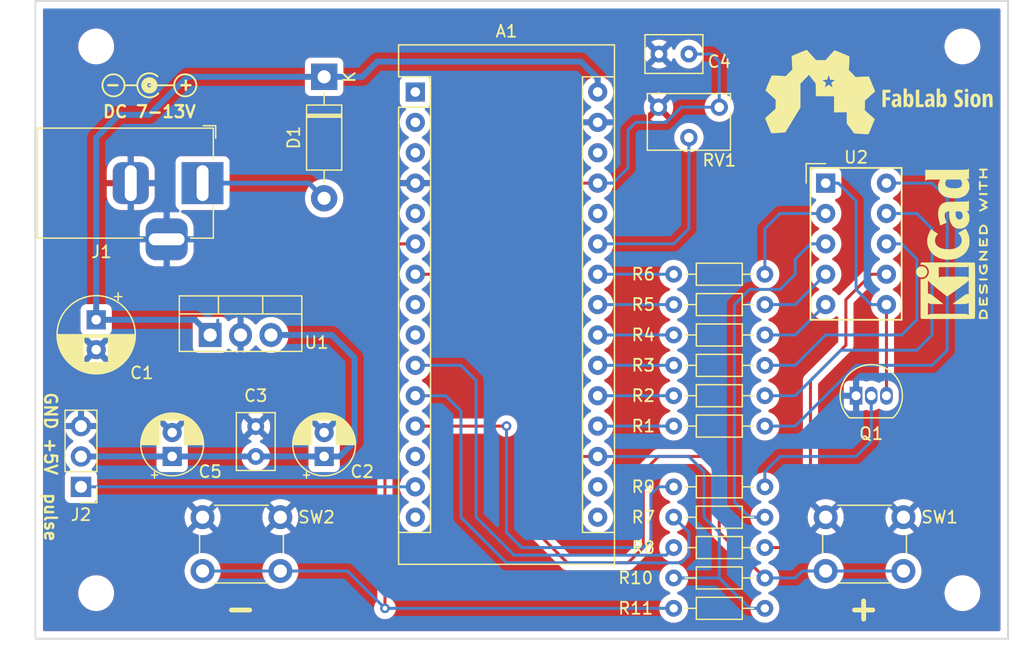
<source format=kicad_pcb>
(kicad_pcb (version 20221018) (generator pcbnew)
  (layers (0 "F.Cu" signal) (31 "B.Cu" signal) (34 "B.Paste" user) (35 "F.Paste" user) (36 "B.SilkS" user "B.Silkscreen") (37 "F.SilkS" user "F.Silkscreen") (38 "B.Mask" user) (39 "F.Mask" user) (44 "Edge.Cuts" user))
  (net 0 "")
  (net 1 "GNDD")
  (net 2 "Net-(D1-Pad2)")
  (net 3 "Net-(A1-Pad14)")
  (net 4 "Net-(A1-Pad19)")
  (net 5 "Net-(R1-Pad1)")
  (net 6 "Net-(R2-Pad1)")
  (net 7 "Net-(A1-Pad20)")
  (net 8 "Net-(A1-Pad21)")
  (net 9 "Net-(R3-Pad1)")
  (net 10 "Net-(R4-Pad1)")
  (net 11 "Net-(A1-Pad22)")
  (net 12 "Net-(A1-Pad23)")
  (net 13 "Net-(R5-Pad1)")
  (net 14 "Net-(R6-Pad1)")
  (net 15 "Net-(A1-Pad24)")
  (net 16 "Net-(A1-Pad11)")
  (net 17 "Net-(R7-Pad1)")
  (net 18 "Net-(R8-Pad1)")
  (net 19 "Net-(A1-Pad10)")
  (net 20 "Net-(A1-Pad12)")
  (net 21 "Net-(Q1-Pad2)")
  (net 22 "Net-(A1-Pad18)")
  (net 23 "Net-(A1-Pad25)")
  (net 24 "Net-(A1-Pad7)")
  (net 25 "Net-(A1-Pad6)")
  (net 26 "Net-(A1-Pad1)")
  (net 27 "Net-(A1-Pad17)")
  (net 28 "Net-(A1-Pad2)")
  (net 29 "Net-(A1-Pad3)")
  (net 30 "Net-(A1-Pad5)")
  (net 31 "Net-(A1-Pad8)")
  (net 32 "Net-(A1-Pad9)")
  (net 33 "Net-(A1-Pad26)")
  (net 34 "Net-(A1-Pad28)")
  (net 35 "Net-(A1-Pad13)")
  (net 36 "Net-(A1-Pad15)")
  (net 37 "Net-(A1-Pad16)")
  (net 38 "Net-(Q1-Pad3)")
  (net 39 "/10V")
  (net 40 "+5V")
  (footprint "Module:Arduino_Nano" (layer "F.Cu") (at 116.84 80.01)
    (fp_text reference "A1" (at 7.62 -5.08) (layer "F.SilkS"))
    (fp_text value "Arduino_Nano_v3.x")
    (pad "1" thru_hole rect (at 0 0) (size 1.6 1.6) (drill 0.8) (layers "*.Cu" "*.Mask") (net 26 "Net-(A1-Pad1)"))
    (pad "2" thru_hole oval (at 0 2.54) (size 1.6 1.6) (drill 0.8) (layers "*.Cu" "*.Mask") (net 28 "Net-(A1-Pad2)"))
    (pad "3" thru_hole oval (at 0 5.08) (size 1.6 1.6) (drill 0.8) (layers "*.Cu" "*.Mask") (net 29 "Net-(A1-Pad3)"))
    (pad "4" thru_hole oval (at 0 7.62) (size 1.6 1.6) (drill 0.8) (layers "*.Cu" "*.Mask") (net 1 "GNDD"))
    (pad "5" thru_hole oval (at 0 10.16) (size 1.6 1.6) (drill 0.8) (layers "*.Cu" "*.Mask") (net 30 "Net-(A1-Pad5)"))
    (pad "6" thru_hole oval (at 0 12.7) (size 1.6 1.6) (drill 0.8) (layers "*.Cu" "*.Mask") (net 25 "Net-(A1-Pad6)"))
    (pad "7" thru_hole oval (at 0 15.24) (size 1.6 1.6) (drill 0.8) (layers "*.Cu" "*.Mask") (net 24 "Net-(A1-Pad7)"))
    (pad "8" thru_hole oval (at 0 17.78) (size 1.6 1.6) (drill 0.8) (layers "*.Cu" "*.Mask") (net 31 "Net-(A1-Pad8)"))
    (pad "9" thru_hole oval (at 0 20.32) (size 1.6 1.6) (drill 0.8) (layers "*.Cu" "*.Mask") (net 32 "Net-(A1-Pad9)"))
    (pad "10" thru_hole oval (at 0 22.86) (size 1.6 1.6) (drill 0.8) (layers "*.Cu" "*.Mask") (net 19 "Net-(A1-Pad10)"))
    (pad "11" thru_hole oval (at 0 25.4) (size 1.6 1.6) (drill 0.8) (layers "*.Cu" "*.Mask") (net 16 "Net-(A1-Pad11)"))
    (pad "12" thru_hole oval (at 0 27.94) (size 1.6 1.6) (drill 0.8) (layers "*.Cu" "*.Mask") (net 20 "Net-(A1-Pad12)"))
    (pad "13" thru_hole oval (at 0 30.48) (size 1.6 1.6) (drill 0.8) (layers "*.Cu" "*.Mask") (net 35 "Net-(A1-Pad13)"))
    (pad "14" thru_hole oval (at 0 33.02) (size 1.6 1.6) (drill 0.8) (layers "*.Cu" "*.Mask") (net 3 "Net-(A1-Pad14)"))
    (pad "15" thru_hole oval (at 0 35.56) (size 1.6 1.6) (drill 0.8) (layers "*.Cu" "*.Mask") (net 36 "Net-(A1-Pad15)"))
    (pad "16" thru_hole oval (at 15.24 35.56) (size 1.6 1.6) (drill 0.8) (layers "*.Cu" "*.Mask") (net 37 "Net-(A1-Pad16)"))
    (pad "17" thru_hole oval (at 15.24 33.02) (size 1.6 1.6) (drill 0.8) (layers "*.Cu" "*.Mask") (net 27 "Net-(A1-Pad17)"))
    (pad "18" thru_hole oval (at 15.24 30.48) (size 1.6 1.6) (drill 0.8) (layers "*.Cu" "*.Mask") (net 22 "Net-(A1-Pad18)"))
    (pad "19" thru_hole oval (at 15.24 27.94) (size 1.6 1.6) (drill 0.8) (layers "*.Cu" "*.Mask") (net 4 "Net-(A1-Pad19)"))
    (pad "20" thru_hole oval (at 15.24 25.4) (size 1.6 1.6) (drill 0.8) (layers "*.Cu" "*.Mask") (net 7 "Net-(A1-Pad20)"))
    (pad "21" thru_hole oval (at 15.24 22.86) (size 1.6 1.6) (drill 0.8) (layers "*.Cu" "*.Mask") (net 8 "Net-(A1-Pad21)"))
    (pad "22" thru_hole oval (at 15.24 20.32) (size 1.6 1.6) (drill 0.8) (layers "*.Cu" "*.Mask") (net 11 "Net-(A1-Pad22)"))
    (pad "23" thru_hole oval (at 15.24 17.78) (size 1.6 1.6) (drill 0.8) (layers "*.Cu" "*.Mask") (net 12 "Net-(A1-Pad23)"))
    (pad "24" thru_hole oval (at 15.24 15.24) (size 1.6 1.6) (drill 0.8) (layers "*.Cu" "*.Mask") (net 15 "Net-(A1-Pad24)"))
    (pad "25" thru_hole oval (at 15.24 12.7) (size 1.6 1.6) (drill 0.8) (layers "*.Cu" "*.Mask") (net 23 "Net-(A1-Pad25)"))
    (pad "26" thru_hole oval (at 15.24 10.16) (size 1.6 1.6) (drill 0.8) (layers "*.Cu" "*.Mask") (net 33 "Net-(A1-Pad26)"))
    (pad "27" thru_hole oval (at 15.24 7.62) (size 1.6 1.6) (drill 0.8) (layers "*.Cu" "*.Mask") (net 22 "Net-(A1-Pad18)"))
    (pad "28" thru_hole oval (at 15.24 5.08) (size 1.6 1.6) (drill 0.8) (layers "*.Cu" "*.Mask") (net 34 "Net-(A1-Pad28)"))
    (pad "29" thru_hole oval (at 15.24 2.54) (size 1.6 1.6) (drill 0.8) (layers "*.Cu" "*.Mask") (net 1 "GNDD"))
    (pad "30" thru_hole oval (at 15.24 0) (size 1.6 1.6) (drill 0.8) (layers "*.Cu" "*.Mask") (net 39 "/10V"))
  )
  (footprint "Package_TO_SOT_THT:TO-92_Inline" (layer "F.Cu") (at 153.67 105.41)
    (fp_text reference "Q1" (at 1.27 3.175) (layer "F.SilkS"))
    (fp_text value "2N3904")
    (pad "1" thru_hole rect (at 0 0) (size 1.05 1.5) (drill 0.75) (layers "*.Cu" "*.Mask") (net 1 "GNDD"))
    (pad "2" thru_hole oval (at 1.27 0) (size 1.05 1.5) (drill 0.75) (layers "*.Cu" "*.Mask") (net 21 "Net-(Q1-Pad2)"))
    (pad "3" thru_hole oval (at 2.54 0) (size 1.05 1.5) (drill 0.75) (layers "*.Cu" "*.Mask") (net 38 "Net-(Q1-Pad3)"))
  )
  (footprint "Package_TO_SOT_THT:TO-220-3_Vertical" (layer "F.Cu") (at 99.695 100.33)
    (fp_text reference "U1" (at 8.89 0.635) (layer "F.SilkS"))
    (fp_text value "LM7805_TO220")
    (pad "1" thru_hole rect (at 0 0) (size 1.905 2) (drill 1.1) (layers "*.Cu" "*.Mask") (net 39 "/10V"))
    (pad "2" thru_hole oval (at 2.54 0) (size 1.905 2) (drill 1.1) (layers "*.Cu" "*.Mask") (net 1 "GNDD"))
    (pad "3" thru_hole oval (at 5.08 0) (size 1.905 2) (drill 1.1) (layers "*.Cu" "*.Mask") (net 40 "+5V"))
  )
  (footprint "Display_7Segment:HDSP-7801" (layer "F.Cu") (at 151.13 87.63)
    (fp_text reference "U2" (at 2.54 -2.159) (layer "F.SilkS"))
    (fp_text value "HDSP-7803")
    (pad "1" thru_hole rect (at 0 0) (size 1.6 1.6) (drill 0.8) (layers "*.Cu" "*.Mask") (net 38 "Net-(Q1-Pad3)"))
    (pad "2" thru_hole circle (at 0 2.54) (size 1.6 1.6) (drill 0.8) (layers "*.Cu" "*.Mask") (net 14 "Net-(R6-Pad1)"))
    (pad "3" thru_hole circle (at 0 5.08) (size 1.6 1.6) (drill 0.8) (layers "*.Cu" "*.Mask") (net 17 "Net-(R7-Pad1)"))
    (pad "4" thru_hole circle (at 0 7.62) (size 1.6 1.6) (drill 0.8) (layers "*.Cu" "*.Mask") (net 13 "Net-(R5-Pad1)"))
    (pad "5" thru_hole circle (at 0 10.16) (size 1.6 1.6) (drill 0.8) (layers "*.Cu" "*.Mask") (net 10 "Net-(R4-Pad1)"))
    (pad "6" thru_hole circle (at 5.08 10.16) (size 1.6 1.6) (drill 0.8) (layers "*.Cu" "*.Mask") (net 38 "Net-(Q1-Pad3)"))
    (pad "7" thru_hole circle (at 5.08 7.62) (size 1.6 1.6) (drill 0.8) (layers "*.Cu" "*.Mask") (net 18 "Net-(R8-Pad1)"))
    (pad "8" thru_hole circle (at 5.08 5.08) (size 1.6 1.6) (drill 0.8) (layers "*.Cu" "*.Mask") (net 9 "Net-(R3-Pad1)"))
    (pad "9" thru_hole circle (at 5.08 2.54) (size 1.6 1.6) (drill 0.8) (layers "*.Cu" "*.Mask") (net 6 "Net-(R2-Pad1)"))
    (pad "10" thru_hole circle (at 5.08 0) (size 1.6 1.6) (drill 0.8) (layers "*.Cu" "*.Mask") (net 5 "Net-(R1-Pad1)"))
  )
  (footprint "Resistor_THT:R_Axial_DIN0204_L3.6mm_D1.6mm_P7.62mm_Horizontal" (layer "F.Cu") (at 146.05 123.19 180)
    (fp_text reference "R11" (at 10.795 0 180) (layer "F.SilkS"))
    (fp_text value "R")
    (pad "1" thru_hole circle (at 0 0 180) (size 1.4 1.4) (drill 0.7) (layers "*.Cu" "*.Mask") (net 22 "Net-(A1-Pad18)"))
    (pad "2" thru_hole oval (at 7.62 0 180) (size 1.4 1.4) (drill 0.7) (layers "*.Cu" "*.Mask") (net 25 "Net-(A1-Pad6)"))
  )
  (footprint "Mounting_Holes:MountingHole_2.5mm" (layer "F.Cu") (at 90.17 76.2)
    (fp_text reference "H1" hide)
    (fp_text value "MountingHole")
    (pad "" np_thru_hole circle (at 0 0) (size 2.5 2.5) (drill 2.5) (layers "*.Cu" "*.Mask"))
  )
  (footprint "Mounting_Holes:MountingHole_2.5mm" (layer "F.Cu") (at 162.56 76.2)
    (fp_text reference "H2" hide)
    (fp_text value "MountingHole")
    (pad "" np_thru_hole circle (at 0 0) (size 2.5 2.5) (drill 2.5) (layers "*.Cu" "*.Mask"))
  )
  (footprint "Mounting_Holes:MountingHole_2.5mm" (layer "F.Cu") (at 90.17 121.92)
    (fp_text reference "H3" hide)
    (fp_text value "MountingHole")
    (pad "" np_thru_hole circle (at 0 0) (size 2.5 2.5) (drill 2.5) (layers "*.Cu" "*.Mask"))
  )
  (footprint "Mounting_Holes:MountingHole_2.5mm" (layer "F.Cu") (at 162.56 121.92)
    (fp_text reference "H4" hide)
    (fp_text value "MountingHole")
    (pad "" np_thru_hole circle (at 0 0) (size 2.5 2.5) (drill 2.5) (layers "*.Cu" "*.Mask"))
  )
  (footprint "Diode_THT:D_DO-41_SOD81_P10.16mm_Horizontal" (layer "F.Cu") (at 109.22 78.74 -90)
    (fp_text reference "D1" (at 5.08 2.54 270) (layer "F.SilkS"))
    (fp_text value "1N5818")
    (fp_text user "K" (at 0 -2.1 270) (layer "F.SilkS"))
    (pad "1" thru_hole rect (at 0 0 270) (size 2.2 2.2) (drill 1.1) (layers "*.Cu" "*.Mask") (net 39 "/10V"))
    (pad "2" thru_hole oval (at 10.16 0 270) (size 2.2 2.2) (drill 1.1) (layers "*.Cu" "*.Mask") (net 2 "Net-(D1-Pad2)"))
  )
  (footprint "Resistor_THT:R_Axial_DIN0204_L3.6mm_D1.6mm_P7.62mm_Horizontal" (layer "F.Cu") (at 138.43 120.65)
    (fp_text reference "R10" (at -3.175 0) (layer "F.SilkS"))
    (fp_text value "R")
    (pad "1" thru_hole circle (at 0 0) (size 1.4 1.4) (drill 0.7) (layers "*.Cu" "*.Mask") (net 22 "Net-(A1-Pad18)"))
    (pad "2" thru_hole oval (at 7.62 0) (size 1.4 1.4) (drill 0.7) (layers "*.Cu" "*.Mask") (net 24 "Net-(A1-Pad7)"))
  )
  (footprint "Resistor_THT:R_Axial_DIN0204_L3.6mm_D1.6mm_P7.62mm_Horizontal" (layer "F.Cu") (at 146.05 107.95 180)
    (fp_text reference "R1" (at 10.16 0 180) (layer "F.SilkS"))
    (fp_text value "200")
    (pad "1" thru_hole circle (at 0 0 180) (size 1.4 1.4) (drill 0.7) (layers "*.Cu" "*.Mask") (net 5 "Net-(R1-Pad1)"))
    (pad "2" thru_hole oval (at 7.62 0 180) (size 1.4 1.4) (drill 0.7) (layers "*.Cu" "*.Mask") (net 4 "Net-(A1-Pad19)"))
  )
  (footprint "Resistor_THT:R_Axial_DIN0204_L3.6mm_D1.6mm_P7.62mm_Horizontal" (layer "F.Cu") (at 146.05 105.41 180)
    (fp_text reference "R2" (at 10.16 0 180) (layer "F.SilkS"))
    (fp_text value "200")
    (pad "1" thru_hole circle (at 0 0 180) (size 1.4 1.4) (drill 0.7) (layers "*.Cu" "*.Mask") (net 6 "Net-(R2-Pad1)"))
    (pad "2" thru_hole oval (at 7.62 0 180) (size 1.4 1.4) (drill 0.7) (layers "*.Cu" "*.Mask") (net 7 "Net-(A1-Pad20)"))
  )
  (footprint "Resistor_THT:R_Axial_DIN0204_L3.6mm_D1.6mm_P7.62mm_Horizontal" (layer "F.Cu") (at 146.05 102.87 180)
    (fp_text reference "R3" (at 10.16 0 180) (layer "F.SilkS"))
    (fp_text value "200")
    (pad "1" thru_hole circle (at 0 0 180) (size 1.4 1.4) (drill 0.7) (layers "*.Cu" "*.Mask") (net 9 "Net-(R3-Pad1)"))
    (pad "2" thru_hole oval (at 7.62 0 180) (size 1.4 1.4) (drill 0.7) (layers "*.Cu" "*.Mask") (net 8 "Net-(A1-Pad21)"))
  )
  (footprint "Resistor_THT:R_Axial_DIN0204_L3.6mm_D1.6mm_P7.62mm_Horizontal" (layer "F.Cu") (at 146.05 100.33 180)
    (fp_text reference "R4" (at 10.16 0 180) (layer "F.SilkS"))
    (fp_text value "200")
    (pad "1" thru_hole circle (at 0 0 180) (size 1.4 1.4) (drill 0.7) (layers "*.Cu" "*.Mask") (net 10 "Net-(R4-Pad1)"))
    (pad "2" thru_hole oval (at 7.62 0 180) (size 1.4 1.4) (drill 0.7) (layers "*.Cu" "*.Mask") (net 11 "Net-(A1-Pad22)"))
  )
  (footprint "Resistor_THT:R_Axial_DIN0204_L3.6mm_D1.6mm_P7.62mm_Horizontal" (layer "F.Cu") (at 146.05 97.79 180)
    (fp_text reference "R5" (at 10.16 0 180) (layer "F.SilkS"))
    (fp_text value "200")
    (pad "1" thru_hole circle (at 0 0 180) (size 1.4 1.4) (drill 0.7) (layers "*.Cu" "*.Mask") (net 13 "Net-(R5-Pad1)"))
    (pad "2" thru_hole oval (at 7.62 0 180) (size 1.4 1.4) (drill 0.7) (layers "*.Cu" "*.Mask") (net 12 "Net-(A1-Pad23)"))
  )
  (footprint "Resistor_THT:R_Axial_DIN0204_L3.6mm_D1.6mm_P7.62mm_Horizontal" (layer "F.Cu") (at 146.05 95.25 180)
    (fp_text reference "R6" (at 10.16 0 180) (layer "F.SilkS"))
    (fp_text value "200")
    (pad "1" thru_hole circle (at 0 0 180) (size 1.4 1.4) (drill 0.7) (layers "*.Cu" "*.Mask") (net 14 "Net-(R6-Pad1)"))
    (pad "2" thru_hole oval (at 7.62 0 180) (size 1.4 1.4) (drill 0.7) (layers "*.Cu" "*.Mask") (net 15 "Net-(A1-Pad24)"))
  )
  (footprint "Resistor_THT:R_Axial_DIN0204_L3.6mm_D1.6mm_P7.62mm_Horizontal" (layer "F.Cu") (at 146.05 115.57 180)
    (fp_text reference "R7" (at 10.16 0 180) (layer "F.SilkS"))
    (fp_text value "200")
    (pad "1" thru_hole circle (at 0 0 180) (size 1.4 1.4) (drill 0.7) (layers "*.Cu" "*.Mask") (net 17 "Net-(R7-Pad1)"))
    (pad "2" thru_hole oval (at 7.62 0 180) (size 1.4 1.4) (drill 0.7) (layers "*.Cu" "*.Mask") (net 16 "Net-(A1-Pad11)"))
  )
  (footprint "Resistor_THT:R_Axial_DIN0204_L3.6mm_D1.6mm_P7.62mm_Horizontal" (layer "F.Cu") (at 146.05 118.11 180)
    (fp_text reference "R8" (at 10.16 0 180) (layer "F.SilkS"))
    (fp_text value "200")
    (pad "1" thru_hole circle (at 0 0 180) (size 1.4 1.4) (drill 0.7) (layers "*.Cu" "*.Mask") (net 18 "Net-(R8-Pad1)"))
    (pad "2" thru_hole oval (at 7.62 0 180) (size 1.4 1.4) (drill 0.7) (layers "*.Cu" "*.Mask") (net 19 "Net-(A1-Pad10)"))
  )
  (footprint "Resistor_THT:R_Axial_DIN0204_L3.6mm_D1.6mm_P7.62mm_Horizontal" (layer "F.Cu") (at 146.05 113.03 180)
    (fp_text reference "R9" (at 10.16 0 180) (layer "F.SilkS"))
    (fp_text value "1k")
    (pad "1" thru_hole circle (at 0 0 180) (size 1.4 1.4) (drill 0.7) (layers "*.Cu" "*.Mask") (net 21 "Net-(Q1-Pad2)"))
    (pad "2" thru_hole oval (at 7.62 0 180) (size 1.4 1.4) (drill 0.7) (layers "*.Cu" "*.Mask") (net 20 "Net-(A1-Pad12)"))
  )
  (footprint "Digipict:logo_fablabsion" (layer "F.Cu") (at 155.575 80.01)
    (fp_text reference "G***" hide)
    (fp_text value "LOGO" hide)
  )
  (footprint "Button_Switch_THT:SW_PUSH_6mm" (layer "F.Cu") (at 151.13 115.57)
    (fp_text reference "SW1" (at 9.525 0) (layer "F.SilkS"))
    (fp_text value "SW_Push")
    (pad "1" thru_hole circle (at 0 0 90) (size 2 2) (drill 1.1) (layers "*.Cu" "*.Mask") (net 1 "GNDD"))
    (pad "1" thru_hole circle (at 6.5 0 90) (size 2 2) (drill 1.1) (layers "*.Cu" "*.Mask") (net 1 "GNDD"))
    (pad "2" thru_hole circle (at 0 4.5 90) (size 2 2) (drill 1.1) (layers "*.Cu" "*.Mask") (net 24 "Net-(A1-Pad7)"))
    (pad "2" thru_hole circle (at 6.5 4.5 90) (size 2 2) (drill 1.1) (layers "*.Cu" "*.Mask") (net 24 "Net-(A1-Pad7)"))
  )
  (footprint "Button_Switch_THT:SW_PUSH_6mm" (layer "F.Cu") (at 99.06 115.57)
    (fp_text reference "SW2" (at 9.525 0) (layer "F.SilkS"))
    (fp_text value "SW_Push")
    (pad "1" thru_hole circle (at 0 0 90) (size 2 2) (drill 1.1) (layers "*.Cu" "*.Mask") (net 1 "GNDD"))
    (pad "1" thru_hole circle (at 6.5 0 90) (size 2 2) (drill 1.1) (layers "*.Cu" "*.Mask") (net 1 "GNDD"))
    (pad "2" thru_hole circle (at 0 4.5 90) (size 2 2) (drill 1.1) (layers "*.Cu" "*.Mask") (net 25 "Net-(A1-Pad6)"))
    (pad "2" thru_hole circle (at 6.5 4.5 90) (size 2 2) (drill 1.1) (layers "*.Cu" "*.Mask") (net 25 "Net-(A1-Pad6)"))
  )
  (footprint "Connector_BarrelJack:BarrelJack_Horizontal" (layer "F.Cu") (at 99.06 87.63)
    (fp_text reference "J1" (at -8.45 5.75) (layer "F.SilkS"))
    (fp_text value "Barrel_Jack_Switch")
    (pad "1" thru_hole rect (at 0 0) (size 3.5 3.5) (drill oval 1 3) (layers "*.Cu" "*.Mask") (net 2 "Net-(D1-Pad2)"))
    (pad "2" thru_hole roundrect (at -6 0) (size 3 3.5) (drill oval 1 3) (layers "*.Cu" "*.Mask") (net 1 "GNDD"))
    (pad "3" thru_hole roundrect (at -3 4.7) (size 3.5 3.5) (drill oval 3 1) (layers "*.Cu" "*.Mask") (net 1 "GNDD"))
  )
  (footprint "Connector_PinHeader_2.54mm:PinHeader_1x03_P2.54mm_Vertical" (layer "F.Cu") (at 88.9 113.03 180)
    (fp_text reference "J2" (at 0 -2.33 180) (layer "F.SilkS"))
    (fp_text value "Conn_01x03_Male")
    (pad "1" thru_hole rect (at 0 0 180) (size 1.7 1.7) (drill 1) (layers "*.Cu" "*.Mask") (net 3 "Net-(A1-Pad14)"))
    (pad "2" thru_hole oval (at 0 2.54 180) (size 1.7 1.7) (drill 1) (layers "*.Cu" "*.Mask") (net 40 "+5V"))
    (pad "3" thru_hole oval (at 0 5.08 180) (size 1.7 1.7) (drill 1) (layers "*.Cu" "*.Mask") (net 1 "GNDD"))
  )
  (footprint "Potentiometer_THT:Potentiometer_Bourns_3266W_Vertical" (layer "F.Cu") (at 142.24 81.28)
    (fp_text reference "RV1" (at 0 4.445) (layer "F.SilkS"))
    (fp_text value "R_POT")
    (pad "1" thru_hole circle (at 0 0) (size 1.44 1.44) (drill 0.8) (layers "*.Cu" "*.Mask") (net 22 "Net-(A1-Pad18)"))
    (pad "2" thru_hole circle (at -2.54 2.54) (size 1.44 1.44) (drill 0.8) (layers "*.Cu" "*.Mask") (net 23 "Net-(A1-Pad25)"))
    (pad "3" thru_hole circle (at -5.08 0) (size 1.44 1.44) (drill 0.8) (layers "*.Cu" "*.Mask") (net 1 "GNDD"))
  )
  (footprint "Symbols:Symbol_Barrel_Polarity" (layer "F.Cu") (at 94.615 79.375)
    (fp_text reference "REF**" hide)
    (fp_text value "Symbol_Barrel_Polarity")
  )
  (footprint "Symbols:KiCad-Logo2_6mm_SilkScreen" (layer "F.Cu") (at 161.671 92.71 90)
    (fp_text reference "REF***" hide)
    (fp_text value "KiCad-Logo2_6mm_SilkScreen" hide)
  )
  (footprint "Capacitor_THT:CP_Radial_D6.3mm_P2.50mm" (layer "F.Cu") (at 90.17 99.06 -90)
    (fp_text reference "C1" (at 4.445 -3.81) (layer "F.SilkS"))
    (fp_text value "100u")
    (pad "1" thru_hole rect (at 0 0 270) (size 1.6 1.6) (drill 0.8) (layers "*.Cu" "*.Mask") (net 39 "/10V"))
    (pad "2" thru_hole circle (at 2.5 0 270) (size 1.6 1.6) (drill 0.8) (layers "*.Cu" "*.Mask") (net 1 "GNDD"))
  )
  (footprint "Capacitor_THT:CP_Radial_D5.0mm_P2.00mm" (layer "F.Cu") (at 109.22 110.49 90)
    (fp_text reference "C2" (at -1.27 3.175 180) (layer "F.SilkS"))
    (fp_text value "10u")
    (pad "1" thru_hole rect (at 0 0 90) (size 1.6 1.6) (drill 0.8) (layers "*.Cu" "*.Mask") (net 40 "+5V"))
    (pad "2" thru_hole circle (at 2 0 90) (size 1.6 1.6) (drill 0.8) (layers "*.Cu" "*.Mask") (net 1 "GNDD"))
  )
  (footprint "Capacitor_THT:C_Rect_L4.6mm_W3.0mm_P2.50mm_MKS02_FKP02" (layer "F.Cu") (at 103.505 110.49 90)
    (fp_text reference "C3" (at 5.08 0 180) (layer "F.SilkS"))
    (fp_text value "100n")
    (pad "1" thru_hole circle (at 0 0 90) (size 1.4 1.4) (drill 0.7) (layers "*.Cu" "*.Mask") (net 40 "+5V"))
    (pad "2" thru_hole circle (at 2.5 0 90) (size 1.4 1.4) (drill 0.7) (layers "*.Cu" "*.Mask") (net 1 "GNDD"))
  )
  (footprint "Capacitor_THT:C_Rect_L4.6mm_W3.0mm_P2.50mm_MKS02_FKP02" (layer "F.Cu") (at 139.7 76.835 180)
    (fp_text reference "C4" (at -2.54 -0.635 180) (layer "F.SilkS"))
    (fp_text value "100n")
    (pad "1" thru_hole circle (at 0 0 180) (size 1.4 1.4) (drill 0.7) (layers "*.Cu" "*.Mask") (net 22 "Net-(A1-Pad18)"))
    (pad "2" thru_hole circle (at 2.5 0 180) (size 1.4 1.4) (drill 0.7) (layers "*.Cu" "*.Mask") (net 1 "GNDD"))
  )
  (footprint "Capacitor_THT:CP_Radial_D5.0mm_P2.00mm" (layer "F.Cu") (at 96.52 110.49 90)
    (fp_text reference "C5" (at -1.27 3.175 180) (layer "F.SilkS"))
    (fp_text value "47u")
    (pad "1" thru_hole rect (at 0 0 90) (size 1.6 1.6) (drill 0.8) (layers "*.Cu" "*.Mask") (net 40 "+5V"))
    (pad "2" thru_hole circle (at 2 0 90) (size 1.6 1.6) (drill 0.8) (layers "*.Cu" "*.Mask") (net 1 "GNDD"))
  )
  (gr_line (start 166.37 72.39) (end 85.09 72.39) (stroke (width 0.15)) (layer "Edge.Cuts"))
  (gr_line (start 85.09 125.73) (end 166.37 125.73) (stroke (width 0.15)) (layer "Edge.Cuts"))
  (gr_line (start 166.37 125.73) (end 166.37 72.39) (stroke (width 0.15)) (layer "Edge.Cuts"))
  (gr_line (start 85.09 72.39) (end 85.09 125.73) (stroke (width 0.15)) (layer "Edge.Cuts"))
  (gr_text "+" (at 97.663 79.375) (layer "F.SilkS") (effects (font (size 1 1) (thickness 0.2))))
  (gr_text "-" (at 102.235 123.19) (layer "F.SilkS") (effects (font (size 2 2) (thickness 0.4))))
  (gr_text "pulse" (at 86.36 115.57 270) (layer "F.SilkS") (effects (font (size 1 1) (thickness 0.2))))
  (gr_text "+5V" (at 86.36 110.49 270) (layer "F.SilkS") (effects (font (size 1 1) (thickness 0.2))))
  (gr_text "GND\n" (at 86.36 106.68 270) (layer "F.SilkS") (effects (font (size 1 1) (thickness 0.2))))
  (gr_text "-" (at 91.567 79.375) (layer "F.SilkS") (effects (font (size 1 1) (thickness 0.2))))
  (gr_text "+" (at 154.305 123.19) (layer "F.SilkS") (effects (font (size 2 2) (thickness 0.4))))
  (gr_text "DC 7-13V" (at 94.615 81.661) (layer "F.SilkS") (effects (font (size 1 1) (thickness 0.2))))
  (segment (start 120.65 87.63) (end 125.73 82.55) (width 0.25) (layer "B.Cu") (net 1))
  (segment (start 116.84 87.63) (end 120.65 87.63) (width 0.25) (layer "B.Cu") (net 1))
  (segment (start 125.73 82.55) (end 132.08 82.55) (width 0.25) (layer "B.Cu") (net 1))
  (segment (start 96.06 92.33) (end 98.06 92.33) (width 0.25) (layer "B.Cu") (net 1))
  (segment (start 96.06 90.33) (end 96.06 92.33) (width 0.25) (layer "B.Cu") (net 1))
  (segment (start 107.95 87.63) (end 109.22 88.9) (width 0.4) (layer "B.Cu") (net 2))
  (segment (start 99.06 87.63) (end 107.95 87.63) (width 0.4) (layer "B.Cu") (net 2))
  (segment (start 114.3 113.03) (end 116.84 113.03) (width 0.25) (layer "B.Cu") (net 3))
  (segment (start 114.3 113.03) (end 88.9 113.03) (width 0.25) (layer "B.Cu") (net 3))
  (segment (start 132.08 107.95) (end 138.43 107.95) (width 0.25) (layer "B.Cu") (net 4))
  (segment (start 161.29 88.9) (end 160.02 87.63) (width 0.25) (layer "B.Cu") (net 5))
  (segment (start 146.05 107.95) (end 148.59 107.95) (width 0.25) (layer "B.Cu") (net 5))
  (segment (start 161.29 101.6) (end 161.29 88.9) (width 0.25) (layer "B.Cu") (net 5))
  (segment (start 153.67 102.87) (end 160.02 102.87) (width 0.25) (layer "B.Cu") (net 5))
  (segment (start 160.02 87.63) (end 156.21 87.63) (width 0.25) (layer "B.Cu") (net 5))
  (segment (start 148.59 107.95) (end 153.67 102.87) (width 0.25) (layer "B.Cu") (net 5))
  (segment (start 160.02 102.87) (end 161.29 101.6) (width 0.25) (layer "B.Cu") (net 5))
  (segment (start 152.4 101.6) (end 158.75 101.6) (width 0.25) (layer "B.Cu") (net 6))
  (segment (start 158.75 90.17) (end 156.21 90.17) (width 0.25) (layer "B.Cu") (net 6))
  (segment (start 146.05 105.41) (end 148.59 105.41) (width 0.25) (layer "B.Cu") (net 6))
  (segment (start 160.02 91.44) (end 158.75 90.17) (width 0.25) (layer "B.Cu") (net 6))
  (segment (start 148.59 105.41) (end 152.4 101.6) (width 0.25) (layer "B.Cu") (net 6))
  (segment (start 158.75 101.6) (end 160.02 100.33) (width 0.25) (layer "B.Cu") (net 6))
  (segment (start 160.02 100.33) (end 160.02 91.44) (width 0.25) (layer "B.Cu") (net 6))
  (segment (start 132.08 105.41) (end 138.43 105.41) (width 0.25) (layer "B.Cu") (net 7))
  (segment (start 132.08 102.87) (end 138.43 102.87) (width 0.25) (layer "B.Cu") (net 8))
  (segment (start 157.48 100.33) (end 158.75 99.06) (width 0.25) (layer "B.Cu") (net 9))
  (segment (start 146.05 102.87) (end 148.59 102.87) (width 0.25) (layer "B.Cu") (net 9))
  (segment (start 151.13 100.33) (end 157.48 100.33) (width 0.25) (layer "B.Cu") (net 9))
  (segment (start 148.59 102.87) (end 151.13 100.33) (width 0.25) (layer "B.Cu") (net 9))
  (segment (start 158.75 93.98) (end 157.48 92.71) (width 0.25) (layer "B.Cu") (net 9))
  (segment (start 157.48 92.71) (end 156.21 92.71) (width 0.25) (layer "B.Cu") (net 9))
  (segment (start 158.75 99.06) (end 158.75 93.98) (width 0.25) (layer "B.Cu") (net 9))
  (segment (start 146.05 100.33) (end 148.59 100.33) (width 0.25) (layer "B.Cu") (net 10))
  (segment (start 149.86 99.06) (end 151.13 97.79) (width 0.25) (layer "B.Cu") (net 10))
  (segment (start 148.59 100.33) (end 149.86 99.06) (width 0.25) (layer "B.Cu") (net 10))
  (segment (start 132.08 100.33) (end 138.43 100.33) (width 0.25) (layer "B.Cu") (net 11))
  (segment (start 132.08 97.79) (end 138.43 97.79) (width 0.25) (layer "B.Cu") (net 12))
  (segment (start 148.59 97.79) (end 151.13 95.25) (width 0.25) (layer "B.Cu") (net 13))
  (segment (start 146.05 97.79) (end 148.59 97.79) (width 0.25) (layer "B.Cu") (net 13))
  (segment (start 146.05 91.44) (end 146.05 95.25) (width 0.25) (layer "B.Cu") (net 14))
  (segment (start 151.13 90.17) (end 147.32 90.17) (width 0.25) (layer "B.Cu") (net 14))
  (segment (start 147.32 90.17) (end 146.05 91.44) (width 0.25) (layer "B.Cu") (net 14))
  (segment (start 132.08 95.25) (end 138.43 95.25) (width 0.25) (layer "B.Cu") (net 15))
  (segment (start 119.38 105.41) (end 116.84 105.41) (width 0.25) (layer "B.Cu") (net 16))
  (segment (start 120.65 106.68) (end 119.38 105.41) (width 0.25) (layer "B.Cu") (net 16))
  (segment (start 120.65 115.57) (end 120.65 106.68) (width 0.25) (layer "B.Cu") (net 16))
  (segment (start 124.46 119.38) (end 120.65 115.57) (width 0.25) (layer "B.Cu") (net 16))
  (segment (start 139.065 119.38) (end 139.7 118.745) (width 0.25) (layer "B.Cu") (net 16))
  (segment (start 139.065 119.38) (end 124.46 119.38) (width 0.25) (layer "B.Cu") (net 16))
  (segment (start 139.7 118.745) (end 139.7 116.84) (width 0.25) (layer "B.Cu") (net 16))
  (segment (start 139.7 116.84) (end 138.43 115.57) (width 0.25) (layer "B.Cu") (net 16))
  (segment (start 148.59 95.25) (end 147.32 96.52) (width 0.25) (layer "B.Cu") (net 17))
  (segment (start 149.86 92.71) (end 148.59 93.98) (width 0.25) (layer "B.Cu") (net 17))
  (segment (start 143.51 97.79) (end 143.51 114.3) (width 0.25) (layer "B.Cu") (net 17))
  (segment (start 143.51 114.3) (end 144.78 115.57) (width 0.25) (layer "B.Cu") (net 17))
  (segment (start 148.59 93.98) (end 148.59 95.25) (width 0.25) (layer "B.Cu") (net 17))
  (segment (start 147.32 96.52) (end 144.78 96.52) (width 0.25) (layer "B.Cu") (net 17))
  (segment (start 151.13 92.71) (end 149.86 92.71) (width 0.25) (layer "B.Cu") (net 17))
  (segment (start 144.78 115.57) (end 146.05 115.57) (width 0.25) (layer "B.Cu") (net 17))
  (segment (start 144.78 96.52) (end 143.51 97.79) (width 0.25) (layer "B.Cu") (net 17))
  (segment (start 152.819999 101.180001) (end 149.86 104.14) (width 0.25) (layer "F.Cu") (net 18))
  (segment (start 149.86 104.14) (end 149.86 113.03) (width 0.25) (layer "F.Cu") (net 18))
  (segment (start 149.86 113.03) (end 148.59 114.3) (width 0.25) (layer "F.Cu") (net 18))
  (segment (start 148.59 114.3) (end 148.59 116.84) (width 0.25) (layer "F.Cu") (net 18))
  (segment (start 152.819999 97.370001) (end 152.819999 101.180001) (width 0.25) (layer "F.Cu") (net 18))
  (segment (start 156.21 95.25) (end 154.94 95.25) (width 0.25) (layer "F.Cu") (net 18))
  (segment (start 148.59 116.84) (end 147.32 118.11) (width 0.25) (layer "F.Cu") (net 18))
  (segment (start 154.94 95.25) (end 152.819999 97.370001) (width 0.25) (layer "F.Cu") (net 18))
  (segment (start 147.32 118.11) (end 146.05 118.11) (width 0.25) (layer "F.Cu") (net 18))
  (segment (start 137.795 118.745) (end 125.095 118.745) (width 0.25) (layer "B.Cu") (net 19))
  (segment (start 125.095 118.745) (end 121.92 115.57) (width 0.25) (layer "B.Cu") (net 19))
  (segment (start 138.43 118.11) (end 137.795 118.745) (width 0.25) (layer "B.Cu") (net 19))
  (segment (start 120.65 102.87) (end 116.84 102.87) (width 0.25) (layer "B.Cu") (net 19))
  (segment (start 121.92 104.14) (end 120.65 102.87) (width 0.25) (layer "B.Cu") (net 19))
  (segment (start 121.92 115.57) (end 121.92 104.14) (width 0.25) (layer "B.Cu") (net 19))
  (segment (start 124.46 107.95) (end 116.84 107.95) (width 0.25) (layer "F.Cu") (net 20))
  (via (at 124.46 107.95) (size 0.8) (drill 0.4) (layers "F.Cu" "B.Cu") (net 20))
  (segment (start 136.525 117.475) (end 135.89 118.11) (width 0.25) (layer "B.Cu") (net 20))
  (segment (start 125.73 118.11) (end 124.46 116.84) (width 0.25) (layer "B.Cu") (net 20))
  (segment (start 138.43 113.03) (end 137.16 113.03) (width 0.25) (layer "B.Cu") (net 20))
  (segment (start 136.525 113.665) (end 136.525 117.475) (width 0.25) (layer "B.Cu") (net 20))
  (segment (start 137.16 113.03) (end 136.525 113.665) (width 0.25) (layer "B.Cu") (net 20))
  (segment (start 135.89 118.11) (end 125.73 118.11) (width 0.25) (layer "B.Cu") (net 20))
  (segment (start 124.46 114.3) (end 124.46 107.95) (width 0.25) (layer "B.Cu") (net 20))
  (segment (start 124.46 116.84) (end 124.46 114.3) (width 0.25) (layer "B.Cu") (net 20))
  (segment (start 146.05 111.76) (end 146.05 113.03) (width 0.25) (layer "B.Cu") (net 21))
  (segment (start 154.94 105.41) (end 154.94 109.22) (width 0.25) (layer "B.Cu") (net 21))
  (segment (start 154.94 109.22) (end 153.67 110.49) (width 0.25) (layer "B.Cu") (net 21))
  (segment (start 153.67 110.49) (end 147.32 110.49) (width 0.25) (layer "B.Cu") (net 21))
  (segment (start 147.32 110.49) (end 146.05 111.76) (width 0.25) (layer "B.Cu") (net 21))
  (segment (start 129.54 88.9) (end 130.81 87.63) (width 0.25) (layer "F.Cu") (net 22))
  (segment (start 130.81 87.63) (end 132.08 87.63) (width 0.25) (layer "F.Cu") (net 22))
  (segment (start 129.54 109.22) (end 129.54 88.9) (width 0.25) (layer "F.Cu") (net 22))
  (segment (start 132.08 110.49) (end 130.81 110.49) (width 0.25) (layer "F.Cu") (net 22))
  (segment (start 130.81 110.49) (end 129.54 109.22) (width 0.25) (layer "F.Cu") (net 22))
  (segment (start 139.065 81.28) (end 137.795 82.55) (width 0.25) (layer "B.Cu") (net 22))
  (segment (start 135.25641 82.55) (end 134.62 83.18641) (width 0.25) (layer "B.Cu") (net 22))
  (segment (start 133.35 87.63) (end 132.08 87.63) (width 0.25) (layer "B.Cu") (net 22))
  (segment (start 142.24 120.65) (end 144.78 123.19) (width 0.25) (layer "B.Cu") (net 22))
  (segment (start 144.78 123.19) (end 146.05 123.19) (width 0.25) (layer "B.Cu") (net 22))
  (segment (start 134.62 86.36) (end 133.35 87.63) (width 0.25) (layer "B.Cu") (net 22))
  (segment (start 142.24 120.65) (end 138.43 120.65) (width 0.25) (layer "B.Cu") (net 22))
  (segment (start 140.97 115.57) (end 142.24 116.84) (width 0.25) (layer "B.Cu") (net 22))
  (segment (start 142.24 77.47) (end 142.24 81.28) (width 0.25) (layer "B.Cu") (net 22))
  (segment (start 142.24 116.84) (end 142.24 120.65) (width 0.25) (layer "B.Cu") (net 22))
  (segment (start 137.795 82.55) (end 135.25641 82.55) (width 0.25) (layer "B.Cu") (net 22))
  (segment (start 142.24 81.28) (end 139.065 81.28) (width 0.25) (layer "B.Cu") (net 22))
  (segment (start 134.62 83.18641) (end 134.62 86.36) (width 0.25) (layer "B.Cu") (net 22))
  (segment (start 141.605 76.835) (end 142.24 77.47) (width 0.25) (layer "B.Cu") (net 22))
  (segment (start 140.97 111.76) (end 140.97 115.57) (width 0.25) (layer "B.Cu") (net 22))
  (segment (start 139.7 76.835) (end 141.605 76.835) (width 0.25) (layer "B.Cu") (net 22))
  (segment (start 132.08 110.49) (end 139.7 110.49) (width 0.25) (layer "B.Cu") (net 22))
  (segment (start 139.7 110.49) (end 140.97 111.76) (width 0.25) (layer "B.Cu") (net 22))
  (segment (start 139.7 91.44) (end 139.7 83.82) (width 0.25) (layer "B.Cu") (net 23))
  (segment (start 138.43 92.71) (end 139.7 91.44) (width 0.25) (layer "B.Cu") (net 23))
  (segment (start 132.08 92.71) (end 138.43 92.71) (width 0.25) (layer "B.Cu") (net 23))
  (segment (start 137.16 110.49) (end 135.89 111.76) (width 0.25) (layer "F.Cu") (net 24))
  (segment (start 127 96.52) (end 125.73 95.25) (width 0.25) (layer "F.Cu") (net 24))
  (segment (start 142.24 111.76) (end 140.97 110.49) (width 0.25) (layer "F.Cu") (net 24))
  (segment (start 125.73 95.25) (end 116.84 95.25) (width 0.25) (layer "F.Cu") (net 24))
  (segment (start 135.89 118.11) (end 134.62 119.38) (width 0.25) (layer "F.Cu") (net 24))
  (segment (start 144.78 119.38) (end 142.24 116.84) (width 0.25) (layer "F.Cu") (net 24))
  (segment (start 135.89 111.76) (end 135.89 118.11) (width 0.25) (layer "F.Cu") (net 24))
  (segment (start 127 116.84) (end 127 96.52) (width 0.25) (layer "F.Cu") (net 24))
  (segment (start 142.24 116.84) (end 142.24 111.76) (width 0.25) (layer "F.Cu") (net 24))
  (segment (start 140.97 110.49) (end 137.16 110.49) (width 0.25) (layer "F.Cu") (net 24))
  (segment (start 134.62 119.38) (end 129.54 119.38) (width 0.25) (layer "F.Cu") (net 24))
  (segment (start 146.05 120.65) (end 144.78 119.38) (width 0.25) (layer "F.Cu") (net 24))
  (segment (start 129.54 119.38) (end 127 116.84) (width 0.25) (layer "F.Cu") (net 24))
  (segment (start 151.13 120.07) (end 157.63 120.07) (width 0.25) (layer "B.Cu") (net 24))
  (segment (start 149.17 120.07) (end 148.59 120.65) (width 0.25) (layer "B.Cu") (net 24))
  (segment (start 151.13 120.07) (end 149.17 120.07) (width 0.25) (layer "B.Cu") (net 24))
  (segment (start 148.59 120.65) (end 146.05 120.65) (width 0.25) (layer "B.Cu") (net 24))
  (segment (start 114.3 93.98) (end 114.3 123.19) (width 0.25) (layer "F.Cu") (net 25))
  (segment (start 115.57 92.71) (end 114.3 93.98) (width 0.25) (layer "F.Cu") (net 25))
  (segment (start 116.84 92.71) (end 115.57 92.71) (width 0.25) (layer "F.Cu") (net 25))
  (via (at 114.3 123.19) (size 0.8) (drill 0.4) (layers "F.Cu" "B.Cu") (net 25))
  (segment (start 99.06 120.07) (end 105.56 120.07) (width 0.25) (layer "B.Cu") (net 25))
  (segment (start 105.56 120.07) (end 111.18 120.07) (width 0.25) (layer "B.Cu") (net 25))
  (segment (start 114.3 123.19) (end 138.43 123.19) (width 0.25) (layer "B.Cu") (net 25))
  (segment (start 111.18 120.07) (end 114.3 123.19) (width 0.25) (layer "B.Cu") (net 25))
  (segment (start 156.21 97.79) (end 156.21 105.41) (width 0.25) (layer "F.Cu") (net 38))
  (segment (start 153.67 89.12) (end 153.67 96.52) (width 0.25) (layer "B.Cu") (net 38))
  (segment (start 152.18 87.63) (end 153.67 89.12) (width 0.25) (layer "B.Cu") (net 38))
  (segment (start 153.67 96.52) (end 154.94 97.79) (width 0.25) (layer "B.Cu") (net 38))
  (segment (start 154.94 97.79) (end 156.21 97.79) (width 0.25) (layer "B.Cu") (net 38))
  (segment (start 151.13 87.63) (end 152.18 87.63) (width 0.25) (layer "B.Cu") (net 38))
  (segment (start 130.67137 77.47) (end 113.665 77.47) (width 0.5) (layer "B.Cu") (net 39))
  (segment (start 90.17 99.06) (end 98.425 99.06) (width 0.5) (layer "B.Cu") (net 39))
  (segment (start 92.075 81.915) (end 90.17 83.82) (width 0.5) (layer "B.Cu") (net 39))
  (segment (start 132.08 78.87863) (end 130.67137 77.47) (width 0.5) (layer "B.Cu") (net 39))
  (segment (start 97.79 78.74) (end 94.615 81.915) (width 0.5) (layer "B.Cu") (net 39))
  (segment (start 113.665 77.47) (end 112.395 78.74) (width 0.5) (layer "B.Cu") (net 39))
  (segment (start 94.615 81.915) (end 92.075 81.915) (width 0.5) (layer "B.Cu") (net 39))
  (segment (start 132.08 80.01) (end 132.08 78.87863) (width 0.5) (layer "B.Cu") (net 39))
  (segment (start 100.33 99.08) (end 100.33 100.33) (width 0.25) (layer "B.Cu") (net 39))
  (segment (start 90.17 83.82) (end 90.17 99.06) (width 0.5) (layer "B.Cu") (net 39))
  (segment (start 98.425 99.06) (end 99.695 100.33) (width 0.5) (layer "B.Cu") (net 39))
  (segment (start 109.22 78.74) (end 97.79 78.74) (width 0.5) (layer "B.Cu") (net 39))
  (segment (start 112.395 78.74) (end 109.22 78.74) (width 0.5) (layer "B.Cu") (net 39))
  (segment (start 96.52 110.49) (end 95.22 110.49) (width 0.5) (layer "B.Cu") (net 40))
  (segment (start 110.52 110.49) (end 109.22 110.49) (width 0.5) (layer "B.Cu") (net 40))
  (segment (start 109.855 100.33) (end 111.76 102.235) (width 0.5) (layer "B.Cu") (net 40))
  (segment (start 104.775 100.33) (end 109.855 100.33) (width 0.5) (layer "B.Cu") (net 40))
  (segment (start 111.76 109.25) (end 110.52 110.49) (width 0.5) (layer "B.Cu") (net 40))
  (segment (start 109.22 110.49) (end 103.505 110.49) (width 0.5) (layer "B.Cu") (net 40))
  (segment (start 111.76 102.235) (end 111.76 109.25) (width 0.5) (layer "B.Cu") (net 40))
  (segment (start 103.505 110.49) (end 96.52 110.49) (width 0.5) (layer "B.Cu") (net 40))
  (segment (start 95.22 110.49) (end 88.9 110.49) (width 0.5) (layer "B.Cu") (net 40))
  (zone (net 1) (net_name "GNDD") (layer "F.Cu") (connect_pads (clearance 0.508)) (min_thickness 0.254) (fill yes (thermal_gap 0.508) (thermal_bridge_width 0.508))
    (polygon (pts (xy 85.725 73.025) (xy 165.735 73.025) (xy 165.735 125.095) (xy 85.725 125.095)))
  )
  (zone (net 1) (net_name "GNDD") (layer "B.Cu") (connect_pads (clearance 0.508)) (min_thickness 0.254) (fill yes (thermal_gap 0.508) (thermal_bridge_width 0.508))
    (polygon (pts (xy 85.725 73.025) (xy 165.735 73.025) (xy 165.735 125.095) (xy 85.725 125.095)))
  )
)
</source>
